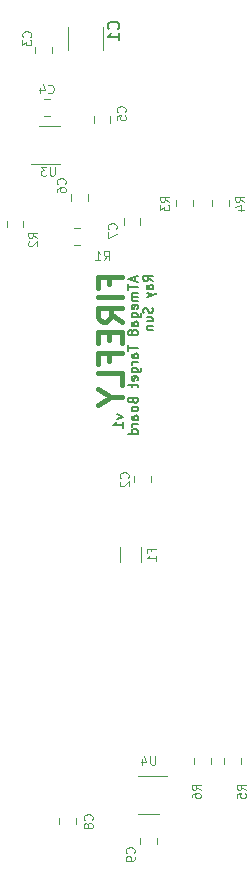
<source format=gbr>
G04 #@! TF.GenerationSoftware,KiCad,Pcbnew,(5.0.0)*
G04 #@! TF.CreationDate,2018-09-25T17:42:14-07:00*
G04 #@! TF.ProjectId,firefly,66697265666C792E6B696361645F7063,A*
G04 #@! TF.SameCoordinates,Original*
G04 #@! TF.FileFunction,Legend,Bot*
G04 #@! TF.FilePolarity,Positive*
%FSLAX46Y46*%
G04 Gerber Fmt 4.6, Leading zero omitted, Abs format (unit mm)*
G04 Created by KiCad (PCBNEW (5.0.0)) date 09/25/18 17:42:14*
%MOMM*%
%LPD*%
G01*
G04 APERTURE LIST*
%ADD10C,0.160000*%
%ADD11C,0.400000*%
%ADD12C,0.120000*%
%ADD13C,0.100000*%
%ADD14C,0.150000*%
G04 APERTURE END LIST*
D10*
X150196571Y-103723285D02*
X150729904Y-103913761D01*
X150196571Y-104104238D01*
X150729904Y-104828047D02*
X150729904Y-104370904D01*
X150729904Y-104599476D02*
X149929904Y-104599476D01*
X150044190Y-104523285D01*
X150120380Y-104447095D01*
X150158476Y-104370904D01*
X153269904Y-92445619D02*
X152888952Y-92178952D01*
X153269904Y-91988476D02*
X152469904Y-91988476D01*
X152469904Y-92293238D01*
X152508000Y-92369428D01*
X152546095Y-92407523D01*
X152622285Y-92445619D01*
X152736571Y-92445619D01*
X152812761Y-92407523D01*
X152850857Y-92369428D01*
X152888952Y-92293238D01*
X152888952Y-91988476D01*
X153269904Y-93131333D02*
X152850857Y-93131333D01*
X152774666Y-93093238D01*
X152736571Y-93017047D01*
X152736571Y-92864666D01*
X152774666Y-92788476D01*
X153231809Y-93131333D02*
X153269904Y-93055142D01*
X153269904Y-92864666D01*
X153231809Y-92788476D01*
X153155619Y-92750380D01*
X153079428Y-92750380D01*
X153003238Y-92788476D01*
X152965142Y-92864666D01*
X152965142Y-93055142D01*
X152927047Y-93131333D01*
X152736571Y-93436095D02*
X153269904Y-93626571D01*
X152736571Y-93817047D02*
X153269904Y-93626571D01*
X153460380Y-93550380D01*
X153498476Y-93512285D01*
X153536571Y-93436095D01*
X153231809Y-94693238D02*
X153269904Y-94807523D01*
X153269904Y-94998000D01*
X153231809Y-95074190D01*
X153193714Y-95112285D01*
X153117523Y-95150380D01*
X153041333Y-95150380D01*
X152965142Y-95112285D01*
X152927047Y-95074190D01*
X152888952Y-94998000D01*
X152850857Y-94845619D01*
X152812761Y-94769428D01*
X152774666Y-94731333D01*
X152698476Y-94693238D01*
X152622285Y-94693238D01*
X152546095Y-94731333D01*
X152508000Y-94769428D01*
X152469904Y-94845619D01*
X152469904Y-95036095D01*
X152508000Y-95150380D01*
X152736571Y-95836095D02*
X153269904Y-95836095D01*
X152736571Y-95493238D02*
X153155619Y-95493238D01*
X153231809Y-95531333D01*
X153269904Y-95607523D01*
X153269904Y-95721809D01*
X153231809Y-95798000D01*
X153193714Y-95836095D01*
X152736571Y-96217047D02*
X153269904Y-96217047D01*
X152812761Y-96217047D02*
X152774666Y-96255142D01*
X152736571Y-96331333D01*
X152736571Y-96445619D01*
X152774666Y-96521809D01*
X152850857Y-96559904D01*
X153269904Y-96559904D01*
X151771333Y-92077380D02*
X151771333Y-92458333D01*
X151999904Y-92001190D02*
X151199904Y-92267857D01*
X151999904Y-92534523D01*
X151199904Y-92686904D02*
X151199904Y-93144047D01*
X151999904Y-92915476D02*
X151199904Y-92915476D01*
X151999904Y-93410714D02*
X151466571Y-93410714D01*
X151542761Y-93410714D02*
X151504666Y-93448809D01*
X151466571Y-93525000D01*
X151466571Y-93639285D01*
X151504666Y-93715476D01*
X151580857Y-93753571D01*
X151999904Y-93753571D01*
X151580857Y-93753571D02*
X151504666Y-93791666D01*
X151466571Y-93867857D01*
X151466571Y-93982142D01*
X151504666Y-94058333D01*
X151580857Y-94096428D01*
X151999904Y-94096428D01*
X151961809Y-94782142D02*
X151999904Y-94705952D01*
X151999904Y-94553571D01*
X151961809Y-94477380D01*
X151885619Y-94439285D01*
X151580857Y-94439285D01*
X151504666Y-94477380D01*
X151466571Y-94553571D01*
X151466571Y-94705952D01*
X151504666Y-94782142D01*
X151580857Y-94820238D01*
X151657047Y-94820238D01*
X151733238Y-94439285D01*
X151466571Y-95505952D02*
X152114190Y-95505952D01*
X152190380Y-95467857D01*
X152228476Y-95429761D01*
X152266571Y-95353571D01*
X152266571Y-95239285D01*
X152228476Y-95163095D01*
X151961809Y-95505952D02*
X151999904Y-95429761D01*
X151999904Y-95277380D01*
X151961809Y-95201190D01*
X151923714Y-95163095D01*
X151847523Y-95125000D01*
X151618952Y-95125000D01*
X151542761Y-95163095D01*
X151504666Y-95201190D01*
X151466571Y-95277380D01*
X151466571Y-95429761D01*
X151504666Y-95505952D01*
X151999904Y-96229761D02*
X151580857Y-96229761D01*
X151504666Y-96191666D01*
X151466571Y-96115476D01*
X151466571Y-95963095D01*
X151504666Y-95886904D01*
X151961809Y-96229761D02*
X151999904Y-96153571D01*
X151999904Y-95963095D01*
X151961809Y-95886904D01*
X151885619Y-95848809D01*
X151809428Y-95848809D01*
X151733238Y-95886904D01*
X151695142Y-95963095D01*
X151695142Y-96153571D01*
X151657047Y-96229761D01*
X151542761Y-96725000D02*
X151504666Y-96648809D01*
X151466571Y-96610714D01*
X151390380Y-96572619D01*
X151352285Y-96572619D01*
X151276095Y-96610714D01*
X151238000Y-96648809D01*
X151199904Y-96725000D01*
X151199904Y-96877380D01*
X151238000Y-96953571D01*
X151276095Y-96991666D01*
X151352285Y-97029761D01*
X151390380Y-97029761D01*
X151466571Y-96991666D01*
X151504666Y-96953571D01*
X151542761Y-96877380D01*
X151542761Y-96725000D01*
X151580857Y-96648809D01*
X151618952Y-96610714D01*
X151695142Y-96572619D01*
X151847523Y-96572619D01*
X151923714Y-96610714D01*
X151961809Y-96648809D01*
X151999904Y-96725000D01*
X151999904Y-96877380D01*
X151961809Y-96953571D01*
X151923714Y-96991666D01*
X151847523Y-97029761D01*
X151695142Y-97029761D01*
X151618952Y-96991666D01*
X151580857Y-96953571D01*
X151542761Y-96877380D01*
X151199904Y-97867857D02*
X151199904Y-98325000D01*
X151999904Y-98096428D02*
X151199904Y-98096428D01*
X151999904Y-98934523D02*
X151580857Y-98934523D01*
X151504666Y-98896428D01*
X151466571Y-98820238D01*
X151466571Y-98667857D01*
X151504666Y-98591666D01*
X151961809Y-98934523D02*
X151999904Y-98858333D01*
X151999904Y-98667857D01*
X151961809Y-98591666D01*
X151885619Y-98553571D01*
X151809428Y-98553571D01*
X151733238Y-98591666D01*
X151695142Y-98667857D01*
X151695142Y-98858333D01*
X151657047Y-98934523D01*
X151999904Y-99315476D02*
X151466571Y-99315476D01*
X151618952Y-99315476D02*
X151542761Y-99353571D01*
X151504666Y-99391666D01*
X151466571Y-99467857D01*
X151466571Y-99544047D01*
X151466571Y-100153571D02*
X152114190Y-100153571D01*
X152190380Y-100115476D01*
X152228476Y-100077380D01*
X152266571Y-100001190D01*
X152266571Y-99886904D01*
X152228476Y-99810714D01*
X151961809Y-100153571D02*
X151999904Y-100077380D01*
X151999904Y-99925000D01*
X151961809Y-99848809D01*
X151923714Y-99810714D01*
X151847523Y-99772619D01*
X151618952Y-99772619D01*
X151542761Y-99810714D01*
X151504666Y-99848809D01*
X151466571Y-99925000D01*
X151466571Y-100077380D01*
X151504666Y-100153571D01*
X151961809Y-100839285D02*
X151999904Y-100763095D01*
X151999904Y-100610714D01*
X151961809Y-100534523D01*
X151885619Y-100496428D01*
X151580857Y-100496428D01*
X151504666Y-100534523D01*
X151466571Y-100610714D01*
X151466571Y-100763095D01*
X151504666Y-100839285D01*
X151580857Y-100877380D01*
X151657047Y-100877380D01*
X151733238Y-100496428D01*
X151466571Y-101105952D02*
X151466571Y-101410714D01*
X151199904Y-101220238D02*
X151885619Y-101220238D01*
X151961809Y-101258333D01*
X151999904Y-101334523D01*
X151999904Y-101410714D01*
X151580857Y-102553571D02*
X151618952Y-102667857D01*
X151657047Y-102705952D01*
X151733238Y-102744047D01*
X151847523Y-102744047D01*
X151923714Y-102705952D01*
X151961809Y-102667857D01*
X151999904Y-102591666D01*
X151999904Y-102286904D01*
X151199904Y-102286904D01*
X151199904Y-102553571D01*
X151238000Y-102629761D01*
X151276095Y-102667857D01*
X151352285Y-102705952D01*
X151428476Y-102705952D01*
X151504666Y-102667857D01*
X151542761Y-102629761D01*
X151580857Y-102553571D01*
X151580857Y-102286904D01*
X151999904Y-103201190D02*
X151961809Y-103125000D01*
X151923714Y-103086904D01*
X151847523Y-103048809D01*
X151618952Y-103048809D01*
X151542761Y-103086904D01*
X151504666Y-103125000D01*
X151466571Y-103201190D01*
X151466571Y-103315476D01*
X151504666Y-103391666D01*
X151542761Y-103429761D01*
X151618952Y-103467857D01*
X151847523Y-103467857D01*
X151923714Y-103429761D01*
X151961809Y-103391666D01*
X151999904Y-103315476D01*
X151999904Y-103201190D01*
X151999904Y-104153571D02*
X151580857Y-104153571D01*
X151504666Y-104115476D01*
X151466571Y-104039285D01*
X151466571Y-103886904D01*
X151504666Y-103810714D01*
X151961809Y-104153571D02*
X151999904Y-104077380D01*
X151999904Y-103886904D01*
X151961809Y-103810714D01*
X151885619Y-103772619D01*
X151809428Y-103772619D01*
X151733238Y-103810714D01*
X151695142Y-103886904D01*
X151695142Y-104077380D01*
X151657047Y-104153571D01*
X151999904Y-104534523D02*
X151466571Y-104534523D01*
X151618952Y-104534523D02*
X151542761Y-104572619D01*
X151504666Y-104610714D01*
X151466571Y-104686904D01*
X151466571Y-104763095D01*
X151999904Y-105372619D02*
X151199904Y-105372619D01*
X151961809Y-105372619D02*
X151999904Y-105296428D01*
X151999904Y-105144047D01*
X151961809Y-105067857D01*
X151923714Y-105029761D01*
X151847523Y-104991666D01*
X151618952Y-104991666D01*
X151542761Y-105029761D01*
X151504666Y-105067857D01*
X151466571Y-105144047D01*
X151466571Y-105296428D01*
X151504666Y-105372619D01*
D11*
X149590142Y-92715857D02*
X149590142Y-92049190D01*
X150637761Y-92049190D02*
X148637761Y-92049190D01*
X148637761Y-93001571D01*
X150637761Y-93763476D02*
X148637761Y-93763476D01*
X150637761Y-95858714D02*
X149685380Y-95192047D01*
X150637761Y-94715857D02*
X148637761Y-94715857D01*
X148637761Y-95477761D01*
X148733000Y-95668238D01*
X148828238Y-95763476D01*
X149018714Y-95858714D01*
X149304428Y-95858714D01*
X149494904Y-95763476D01*
X149590142Y-95668238D01*
X149685380Y-95477761D01*
X149685380Y-94715857D01*
X149590142Y-96715857D02*
X149590142Y-97382523D01*
X150637761Y-97668238D02*
X150637761Y-96715857D01*
X148637761Y-96715857D01*
X148637761Y-97668238D01*
X149590142Y-99192047D02*
X149590142Y-98525380D01*
X150637761Y-98525380D02*
X148637761Y-98525380D01*
X148637761Y-99477761D01*
X150637761Y-101192047D02*
X150637761Y-100239666D01*
X148637761Y-100239666D01*
X149685380Y-102239666D02*
X150637761Y-102239666D01*
X148637761Y-101573000D02*
X149685380Y-102239666D01*
X148637761Y-102906333D01*
D12*
G04 #@! TO.C,C2*
X151690000Y-109481252D02*
X151690000Y-108958748D01*
X153110000Y-109481252D02*
X153110000Y-108958748D01*
G04 #@! TO.C,C3*
X144728000Y-73159252D02*
X144728000Y-72636748D01*
X143308000Y-73159252D02*
X143308000Y-72636748D01*
G04 #@! TO.C,C4*
X144010748Y-77014000D02*
X144533252Y-77014000D01*
X144010748Y-78434000D02*
X144533252Y-78434000D01*
G04 #@! TO.C,C5*
X148261000Y-79010252D02*
X148261000Y-78487748D01*
X149681000Y-79010252D02*
X149681000Y-78487748D01*
G04 #@! TO.C,C6*
X147776000Y-85614252D02*
X147776000Y-85091748D01*
X146356000Y-85614252D02*
X146356000Y-85091748D01*
G04 #@! TO.C,C7*
X152221000Y-87123748D02*
X152221000Y-87646252D01*
X150801000Y-87123748D02*
X150801000Y-87646252D01*
G04 #@! TO.C,C8*
X146760000Y-138437252D02*
X146760000Y-137914748D01*
X145340000Y-138437252D02*
X145340000Y-137914748D01*
G04 #@! TO.C,C9*
X152198000Y-139565748D02*
X152198000Y-140088252D01*
X153618000Y-139565748D02*
X153618000Y-140088252D01*
G04 #@! TO.C,F1*
X150474000Y-116172064D02*
X150474000Y-114967936D01*
X152294000Y-116172064D02*
X152294000Y-114967936D01*
G04 #@! TO.C,R1*
X146550748Y-87936000D02*
X147073252Y-87936000D01*
X146550748Y-89356000D02*
X147073252Y-89356000D01*
G04 #@! TO.C,R2*
X140895000Y-87359748D02*
X140895000Y-87882252D01*
X142315000Y-87359748D02*
X142315000Y-87882252D01*
G04 #@! TO.C,R3*
X155246000Y-86113252D02*
X155246000Y-85590748D01*
X156666000Y-86113252D02*
X156666000Y-85590748D01*
G04 #@! TO.C,R4*
X159714000Y-86113252D02*
X159714000Y-85590748D01*
X158294000Y-86113252D02*
X158294000Y-85590748D01*
G04 #@! TO.C,R5*
X159310000Y-132825748D02*
X159310000Y-133348252D01*
X160730000Y-132825748D02*
X160730000Y-133348252D01*
G04 #@! TO.C,R6*
X156770000Y-133348252D02*
X156770000Y-132825748D01*
X158190000Y-133348252D02*
X158190000Y-132825748D01*
G04 #@! TO.C,U3*
X145426000Y-82509000D02*
X142976000Y-82509000D01*
X143626000Y-79289000D02*
X145426000Y-79289000D01*
G04 #@! TO.C,U4*
X153808000Y-137561000D02*
X152008000Y-137561000D01*
X152008000Y-134341000D02*
X154458000Y-134341000D01*
G04 #@! TO.C,C1*
X146094000Y-72882000D02*
X146094000Y-70882000D01*
X149054000Y-70882000D02*
X149054000Y-72882000D01*
G04 #@! TO.C,C2*
D13*
X151143857Y-109095000D02*
X151179571Y-109059285D01*
X151215285Y-108952142D01*
X151215285Y-108880714D01*
X151179571Y-108773571D01*
X151108142Y-108702142D01*
X151036714Y-108666428D01*
X150893857Y-108630714D01*
X150786714Y-108630714D01*
X150643857Y-108666428D01*
X150572428Y-108702142D01*
X150501000Y-108773571D01*
X150465285Y-108880714D01*
X150465285Y-108952142D01*
X150501000Y-109059285D01*
X150536714Y-109095000D01*
X150536714Y-109380714D02*
X150501000Y-109416428D01*
X150465285Y-109487857D01*
X150465285Y-109666428D01*
X150501000Y-109737857D01*
X150536714Y-109773571D01*
X150608142Y-109809285D01*
X150679571Y-109809285D01*
X150786714Y-109773571D01*
X151215285Y-109345000D01*
X151215285Y-109809285D01*
G04 #@! TO.C,C3*
X142888857Y-71757000D02*
X142924571Y-71721285D01*
X142960285Y-71614142D01*
X142960285Y-71542714D01*
X142924571Y-71435571D01*
X142853142Y-71364142D01*
X142781714Y-71328428D01*
X142638857Y-71292714D01*
X142531714Y-71292714D01*
X142388857Y-71328428D01*
X142317428Y-71364142D01*
X142246000Y-71435571D01*
X142210285Y-71542714D01*
X142210285Y-71614142D01*
X142246000Y-71721285D01*
X142281714Y-71757000D01*
X142210285Y-72007000D02*
X142210285Y-72471285D01*
X142496000Y-72221285D01*
X142496000Y-72328428D01*
X142531714Y-72399857D01*
X142567428Y-72435571D01*
X142638857Y-72471285D01*
X142817428Y-72471285D01*
X142888857Y-72435571D01*
X142924571Y-72399857D01*
X142960285Y-72328428D01*
X142960285Y-72114142D01*
X142924571Y-72042714D01*
X142888857Y-72007000D01*
G04 #@! TO.C,C4*
X144397000Y-76467857D02*
X144432714Y-76503571D01*
X144539857Y-76539285D01*
X144611285Y-76539285D01*
X144718428Y-76503571D01*
X144789857Y-76432142D01*
X144825571Y-76360714D01*
X144861285Y-76217857D01*
X144861285Y-76110714D01*
X144825571Y-75967857D01*
X144789857Y-75896428D01*
X144718428Y-75825000D01*
X144611285Y-75789285D01*
X144539857Y-75789285D01*
X144432714Y-75825000D01*
X144397000Y-75860714D01*
X143754142Y-76039285D02*
X143754142Y-76539285D01*
X143932714Y-75753571D02*
X144111285Y-76289285D01*
X143647000Y-76289285D01*
G04 #@! TO.C,C5*
X150888857Y-78107000D02*
X150924571Y-78071285D01*
X150960285Y-77964142D01*
X150960285Y-77892714D01*
X150924571Y-77785571D01*
X150853142Y-77714142D01*
X150781714Y-77678428D01*
X150638857Y-77642714D01*
X150531714Y-77642714D01*
X150388857Y-77678428D01*
X150317428Y-77714142D01*
X150246000Y-77785571D01*
X150210285Y-77892714D01*
X150210285Y-77964142D01*
X150246000Y-78071285D01*
X150281714Y-78107000D01*
X150210285Y-78785571D02*
X150210285Y-78428428D01*
X150567428Y-78392714D01*
X150531714Y-78428428D01*
X150496000Y-78499857D01*
X150496000Y-78678428D01*
X150531714Y-78749857D01*
X150567428Y-78785571D01*
X150638857Y-78821285D01*
X150817428Y-78821285D01*
X150888857Y-78785571D01*
X150924571Y-78749857D01*
X150960285Y-78678428D01*
X150960285Y-78499857D01*
X150924571Y-78428428D01*
X150888857Y-78392714D01*
G04 #@! TO.C,C6*
X145809857Y-84203000D02*
X145845571Y-84167285D01*
X145881285Y-84060142D01*
X145881285Y-83988714D01*
X145845571Y-83881571D01*
X145774142Y-83810142D01*
X145702714Y-83774428D01*
X145559857Y-83738714D01*
X145452714Y-83738714D01*
X145309857Y-83774428D01*
X145238428Y-83810142D01*
X145167000Y-83881571D01*
X145131285Y-83988714D01*
X145131285Y-84060142D01*
X145167000Y-84167285D01*
X145202714Y-84203000D01*
X145131285Y-84845857D02*
X145131285Y-84703000D01*
X145167000Y-84631571D01*
X145202714Y-84595857D01*
X145309857Y-84524428D01*
X145452714Y-84488714D01*
X145738428Y-84488714D01*
X145809857Y-84524428D01*
X145845571Y-84560142D01*
X145881285Y-84631571D01*
X145881285Y-84774428D01*
X145845571Y-84845857D01*
X145809857Y-84881571D01*
X145738428Y-84917285D01*
X145559857Y-84917285D01*
X145488428Y-84881571D01*
X145452714Y-84845857D01*
X145417000Y-84774428D01*
X145417000Y-84631571D01*
X145452714Y-84560142D01*
X145488428Y-84524428D01*
X145559857Y-84488714D01*
G04 #@! TO.C,C7*
X150128857Y-88013000D02*
X150164571Y-87977285D01*
X150200285Y-87870142D01*
X150200285Y-87798714D01*
X150164571Y-87691571D01*
X150093142Y-87620142D01*
X150021714Y-87584428D01*
X149878857Y-87548714D01*
X149771714Y-87548714D01*
X149628857Y-87584428D01*
X149557428Y-87620142D01*
X149486000Y-87691571D01*
X149450285Y-87798714D01*
X149450285Y-87870142D01*
X149486000Y-87977285D01*
X149521714Y-88013000D01*
X149450285Y-88263000D02*
X149450285Y-88763000D01*
X150200285Y-88441571D01*
G04 #@! TO.C,C8*
X148095857Y-138051000D02*
X148131571Y-138015285D01*
X148167285Y-137908142D01*
X148167285Y-137836714D01*
X148131571Y-137729571D01*
X148060142Y-137658142D01*
X147988714Y-137622428D01*
X147845857Y-137586714D01*
X147738714Y-137586714D01*
X147595857Y-137622428D01*
X147524428Y-137658142D01*
X147453000Y-137729571D01*
X147417285Y-137836714D01*
X147417285Y-137908142D01*
X147453000Y-138015285D01*
X147488714Y-138051000D01*
X147738714Y-138479571D02*
X147703000Y-138408142D01*
X147667285Y-138372428D01*
X147595857Y-138336714D01*
X147560142Y-138336714D01*
X147488714Y-138372428D01*
X147453000Y-138408142D01*
X147417285Y-138479571D01*
X147417285Y-138622428D01*
X147453000Y-138693857D01*
X147488714Y-138729571D01*
X147560142Y-138765285D01*
X147595857Y-138765285D01*
X147667285Y-138729571D01*
X147703000Y-138693857D01*
X147738714Y-138622428D01*
X147738714Y-138479571D01*
X147774428Y-138408142D01*
X147810142Y-138372428D01*
X147881571Y-138336714D01*
X148024428Y-138336714D01*
X148095857Y-138372428D01*
X148131571Y-138408142D01*
X148167285Y-138479571D01*
X148167285Y-138622428D01*
X148131571Y-138693857D01*
X148095857Y-138729571D01*
X148024428Y-138765285D01*
X147881571Y-138765285D01*
X147810142Y-138729571D01*
X147774428Y-138693857D01*
X147738714Y-138622428D01*
G04 #@! TO.C,C9*
X151651857Y-140845000D02*
X151687571Y-140809285D01*
X151723285Y-140702142D01*
X151723285Y-140630714D01*
X151687571Y-140523571D01*
X151616142Y-140452142D01*
X151544714Y-140416428D01*
X151401857Y-140380714D01*
X151294714Y-140380714D01*
X151151857Y-140416428D01*
X151080428Y-140452142D01*
X151009000Y-140523571D01*
X150973285Y-140630714D01*
X150973285Y-140702142D01*
X151009000Y-140809285D01*
X151044714Y-140845000D01*
X151723285Y-141202142D02*
X151723285Y-141345000D01*
X151687571Y-141416428D01*
X151651857Y-141452142D01*
X151544714Y-141523571D01*
X151401857Y-141559285D01*
X151116142Y-141559285D01*
X151044714Y-141523571D01*
X151009000Y-141487857D01*
X150973285Y-141416428D01*
X150973285Y-141273571D01*
X151009000Y-141202142D01*
X151044714Y-141166428D01*
X151116142Y-141130714D01*
X151294714Y-141130714D01*
X151366142Y-141166428D01*
X151401857Y-141202142D01*
X151437571Y-141273571D01*
X151437571Y-141416428D01*
X151401857Y-141487857D01*
X151366142Y-141523571D01*
X151294714Y-141559285D01*
G04 #@! TO.C,F1*
X153108428Y-115320000D02*
X153108428Y-115070000D01*
X153501285Y-115070000D02*
X152751285Y-115070000D01*
X152751285Y-115427142D01*
X153501285Y-116105714D02*
X153501285Y-115677142D01*
X153501285Y-115891428D02*
X152751285Y-115891428D01*
X152858428Y-115820000D01*
X152929857Y-115748571D01*
X152965571Y-115677142D01*
G04 #@! TO.C,R1*
X149096000Y-90635285D02*
X149346000Y-90278142D01*
X149524571Y-90635285D02*
X149524571Y-89885285D01*
X149238857Y-89885285D01*
X149167428Y-89921000D01*
X149131714Y-89956714D01*
X149096000Y-90028142D01*
X149096000Y-90135285D01*
X149131714Y-90206714D01*
X149167428Y-90242428D01*
X149238857Y-90278142D01*
X149524571Y-90278142D01*
X148381714Y-90635285D02*
X148810285Y-90635285D01*
X148596000Y-90635285D02*
X148596000Y-89885285D01*
X148667428Y-89992428D01*
X148738857Y-90063857D01*
X148810285Y-90099571D01*
G04 #@! TO.C,R2*
X143468285Y-88775000D02*
X143111142Y-88525000D01*
X143468285Y-88346428D02*
X142718285Y-88346428D01*
X142718285Y-88632142D01*
X142754000Y-88703571D01*
X142789714Y-88739285D01*
X142861142Y-88775000D01*
X142968285Y-88775000D01*
X143039714Y-88739285D01*
X143075428Y-88703571D01*
X143111142Y-88632142D01*
X143111142Y-88346428D01*
X142789714Y-89060714D02*
X142754000Y-89096428D01*
X142718285Y-89167857D01*
X142718285Y-89346428D01*
X142754000Y-89417857D01*
X142789714Y-89453571D01*
X142861142Y-89489285D01*
X142932571Y-89489285D01*
X143039714Y-89453571D01*
X143468285Y-89025000D01*
X143468285Y-89489285D01*
G04 #@! TO.C,R3*
X154644285Y-85727000D02*
X154287142Y-85477000D01*
X154644285Y-85298428D02*
X153894285Y-85298428D01*
X153894285Y-85584142D01*
X153930000Y-85655571D01*
X153965714Y-85691285D01*
X154037142Y-85727000D01*
X154144285Y-85727000D01*
X154215714Y-85691285D01*
X154251428Y-85655571D01*
X154287142Y-85584142D01*
X154287142Y-85298428D01*
X153894285Y-85977000D02*
X153894285Y-86441285D01*
X154180000Y-86191285D01*
X154180000Y-86298428D01*
X154215714Y-86369857D01*
X154251428Y-86405571D01*
X154322857Y-86441285D01*
X154501428Y-86441285D01*
X154572857Y-86405571D01*
X154608571Y-86369857D01*
X154644285Y-86298428D01*
X154644285Y-86084142D01*
X154608571Y-86012714D01*
X154572857Y-85977000D01*
G04 #@! TO.C,R4*
X160993285Y-85727000D02*
X160636142Y-85477000D01*
X160993285Y-85298428D02*
X160243285Y-85298428D01*
X160243285Y-85584142D01*
X160279000Y-85655571D01*
X160314714Y-85691285D01*
X160386142Y-85727000D01*
X160493285Y-85727000D01*
X160564714Y-85691285D01*
X160600428Y-85655571D01*
X160636142Y-85584142D01*
X160636142Y-85298428D01*
X160493285Y-86369857D02*
X160993285Y-86369857D01*
X160207571Y-86191285D02*
X160743285Y-86012714D01*
X160743285Y-86477000D01*
G04 #@! TO.C,R5*
X161121285Y-135502000D02*
X160764142Y-135252000D01*
X161121285Y-135073428D02*
X160371285Y-135073428D01*
X160371285Y-135359142D01*
X160407000Y-135430571D01*
X160442714Y-135466285D01*
X160514142Y-135502000D01*
X160621285Y-135502000D01*
X160692714Y-135466285D01*
X160728428Y-135430571D01*
X160764142Y-135359142D01*
X160764142Y-135073428D01*
X160371285Y-136180571D02*
X160371285Y-135823428D01*
X160728428Y-135787714D01*
X160692714Y-135823428D01*
X160657000Y-135894857D01*
X160657000Y-136073428D01*
X160692714Y-136144857D01*
X160728428Y-136180571D01*
X160799857Y-136216285D01*
X160978428Y-136216285D01*
X161049857Y-136180571D01*
X161085571Y-136144857D01*
X161121285Y-136073428D01*
X161121285Y-135894857D01*
X161085571Y-135823428D01*
X161049857Y-135787714D01*
G04 #@! TO.C,R6*
X157311285Y-135502000D02*
X156954142Y-135252000D01*
X157311285Y-135073428D02*
X156561285Y-135073428D01*
X156561285Y-135359142D01*
X156597000Y-135430571D01*
X156632714Y-135466285D01*
X156704142Y-135502000D01*
X156811285Y-135502000D01*
X156882714Y-135466285D01*
X156918428Y-135430571D01*
X156954142Y-135359142D01*
X156954142Y-135073428D01*
X156561285Y-136144857D02*
X156561285Y-136002000D01*
X156597000Y-135930571D01*
X156632714Y-135894857D01*
X156739857Y-135823428D01*
X156882714Y-135787714D01*
X157168428Y-135787714D01*
X157239857Y-135823428D01*
X157275571Y-135859142D01*
X157311285Y-135930571D01*
X157311285Y-136073428D01*
X157275571Y-136144857D01*
X157239857Y-136180571D01*
X157168428Y-136216285D01*
X156989857Y-136216285D01*
X156918428Y-136180571D01*
X156882714Y-136144857D01*
X156847000Y-136073428D01*
X156847000Y-135930571D01*
X156882714Y-135859142D01*
X156918428Y-135823428D01*
X156989857Y-135787714D01*
G04 #@! TO.C,U3*
X144970428Y-82774285D02*
X144970428Y-83381428D01*
X144934714Y-83452857D01*
X144899000Y-83488571D01*
X144827571Y-83524285D01*
X144684714Y-83524285D01*
X144613285Y-83488571D01*
X144577571Y-83452857D01*
X144541857Y-83381428D01*
X144541857Y-82774285D01*
X144256142Y-82774285D02*
X143791857Y-82774285D01*
X144041857Y-83060000D01*
X143934714Y-83060000D01*
X143863285Y-83095714D01*
X143827571Y-83131428D01*
X143791857Y-83202857D01*
X143791857Y-83381428D01*
X143827571Y-83452857D01*
X143863285Y-83488571D01*
X143934714Y-83524285D01*
X144149000Y-83524285D01*
X144220428Y-83488571D01*
X144256142Y-83452857D01*
G04 #@! TO.C,U4*
X153479428Y-132640285D02*
X153479428Y-133247428D01*
X153443714Y-133318857D01*
X153408000Y-133354571D01*
X153336571Y-133390285D01*
X153193714Y-133390285D01*
X153122285Y-133354571D01*
X153086571Y-133318857D01*
X153050857Y-133247428D01*
X153050857Y-132640285D01*
X152372285Y-132890285D02*
X152372285Y-133390285D01*
X152550857Y-132604571D02*
X152729428Y-133140285D01*
X152265142Y-133140285D01*
G04 #@! TO.C,C1*
D14*
X150344142Y-71080333D02*
X150391761Y-71032714D01*
X150439380Y-70889857D01*
X150439380Y-70794619D01*
X150391761Y-70651761D01*
X150296523Y-70556523D01*
X150201285Y-70508904D01*
X150010809Y-70461285D01*
X149867952Y-70461285D01*
X149677476Y-70508904D01*
X149582238Y-70556523D01*
X149487000Y-70651761D01*
X149439380Y-70794619D01*
X149439380Y-70889857D01*
X149487000Y-71032714D01*
X149534619Y-71080333D01*
X150439380Y-72032714D02*
X150439380Y-71461285D01*
X150439380Y-71747000D02*
X149439380Y-71747000D01*
X149582238Y-71651761D01*
X149677476Y-71556523D01*
X149725095Y-71461285D01*
G04 #@! TD*
M02*

</source>
